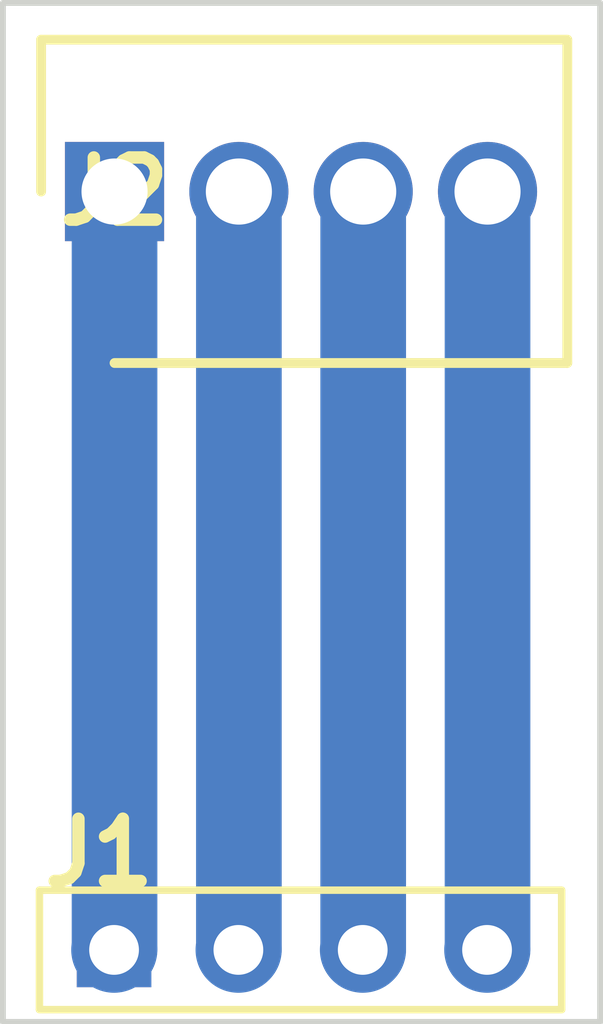
<source format=kicad_pcb>
(kicad_pcb (version 20171130) (host pcbnew 5.1.5-52549c5~84~ubuntu18.04.1)

  (general
    (thickness 1.6)
    (drawings 4)
    (tracks 8)
    (zones 0)
    (modules 2)
    (nets 5)
  )

  (page A4)
  (layers
    (0 F.Cu signal)
    (31 B.Cu signal)
    (32 B.Adhes user)
    (33 F.Adhes user)
    (34 B.Paste user)
    (35 F.Paste user)
    (36 B.SilkS user)
    (37 F.SilkS user)
    (38 B.Mask user)
    (39 F.Mask user)
    (40 Dwgs.User user)
    (41 Cmts.User user)
    (42 Eco1.User user)
    (43 Eco2.User user)
    (44 Edge.Cuts user)
    (45 Margin user)
    (46 B.CrtYd user)
    (47 F.CrtYd user)
    (48 B.Fab user)
    (49 F.Fab user)
  )

  (setup
    (last_trace_width 1.75)
    (user_trace_width 1)
    (user_trace_width 1.25)
    (user_trace_width 1.75)
    (user_trace_width 2)
    (user_trace_width 3)
    (trace_clearance 0.2)
    (zone_clearance 0.508)
    (zone_45_only no)
    (trace_min 0.2)
    (via_size 0.8)
    (via_drill 0.4)
    (via_min_size 0.4)
    (via_min_drill 0.3)
    (uvia_size 0.3)
    (uvia_drill 0.1)
    (uvias_allowed no)
    (uvia_min_size 0.2)
    (uvia_min_drill 0.1)
    (edge_width 0.05)
    (segment_width 0.2)
    (pcb_text_width 0.3)
    (pcb_text_size 1.5 1.5)
    (mod_edge_width 0.12)
    (mod_text_size 1 1)
    (mod_text_width 0.15)
    (pad_size 1.524 1.524)
    (pad_drill 0.762)
    (pad_to_mask_clearance 0.051)
    (solder_mask_min_width 0.25)
    (aux_axis_origin 0 0)
    (visible_elements FFFFFF7F)
    (pcbplotparams
      (layerselection 0x010fc_ffffffff)
      (usegerberextensions false)
      (usegerberattributes false)
      (usegerberadvancedattributes false)
      (creategerberjobfile false)
      (excludeedgelayer true)
      (linewidth 0.100000)
      (plotframeref false)
      (viasonmask false)
      (mode 1)
      (useauxorigin false)
      (hpglpennumber 1)
      (hpglpenspeed 20)
      (hpglpendiameter 15.000000)
      (psnegative false)
      (psa4output false)
      (plotreference true)
      (plotvalue true)
      (plotinvisibletext false)
      (padsonsilk false)
      (subtractmaskfromsilk false)
      (outputformat 1)
      (mirror false)
      (drillshape 1)
      (scaleselection 1)
      (outputdirectory ""))
  )

  (net 0 "")
  (net 1 "Net-(J1-Pad4)")
  (net 2 "Net-(J1-Pad3)")
  (net 3 "Net-(J1-Pad2)")
  (net 4 "Net-(J1-Pad1)")

  (net_class Default "This is the default net class."
    (clearance 0.2)
    (trace_width 0.25)
    (via_dia 0.8)
    (via_drill 0.4)
    (uvia_dia 0.3)
    (uvia_drill 0.1)
    (add_net "Net-(J1-Pad1)")
    (add_net "Net-(J1-Pad2)")
    (add_net "Net-(J1-Pad3)")
    (add_net "Net-(J1-Pad4)")
  )

  (module SAMTEC_SSW-104-01-T-S (layer F.Cu) (tedit 5E28E995) (tstamp 5E2916B2)
    (at 150.190201 -741.87)
    (descr SAMTEC_SSW-104-01-T-S)
    (tags Connector)
    (path /5E28EEA8)
    (fp_text reference J1 (at -7.9248 -1.9812) (layer F.SilkS)
      (effects (font (size 1.27 1.27) (thickness 0.254)))
    )
    (fp_text value SSW-104-01-T-S (at -7.9248 -1.9812) (layer F.SilkS) hide
      (effects (font (size 1.27 1.27) (thickness 0.254)))
    )
    (fp_line (start -9.144 -1.2192) (end -9.144 1.2192) (layer F.Fab) (width 0.1524))
    (fp_line (start 1.524 -1.2192) (end -9.144 -1.2192) (layer F.Fab) (width 0.1524))
    (fp_line (start 1.524 1.2192) (end 1.524 -1.2192) (layer F.Fab) (width 0.1524))
    (fp_line (start -9.144 1.2192) (end 1.524 1.2192) (layer F.Fab) (width 0.1524))
    (fp_line (start -9.144 -1.2192) (end -9.144 1.2192) (layer F.SilkS) (width 0.1524))
    (fp_line (start 1.524 -1.2192) (end -9.144 -1.2192) (layer F.SilkS) (width 0.1524))
    (fp_line (start 1.524 1.2192) (end 1.524 -1.2192) (layer F.SilkS) (width 0.1524))
    (fp_line (start -9.144 1.2192) (end 1.524 1.2192) (layer F.SilkS) (width 0.1524))
    (fp_text user %R (at -7.9248 -1.9812) (layer F.Fab)
      (effects (font (size 1.27 1.27) (thickness 0.254)))
    )
    (pad 4 thru_hole circle (at 0 0) (size 1.524 1.524) (drill 1.016) (layers *.Cu *.Mask)
      (net 1 "Net-(J1-Pad4)"))
    (pad 3 thru_hole circle (at -2.54 0) (size 1.524 1.524) (drill 1.016) (layers *.Cu *.Mask)
      (net 2 "Net-(J1-Pad3)"))
    (pad 2 thru_hole circle (at -5.08 0) (size 1.524 1.524) (drill 1.016) (layers *.Cu *.Mask)
      (net 3 "Net-(J1-Pad2)"))
    (pad 1 thru_hole rect (at -7.62 0) (size 1.524 1.524) (drill 1.016) (layers *.Cu *.Mask)
      (net 4 "Net-(J1-Pad1)"))
    (model SSW-104-01-T-S.stp
      (at (xyz 0 0 0))
      (scale (xyz 1 1 1))
      (rotate (xyz 0 0 0))
    )
  )

  (module SHDR4W80P0X254_1X4_1062X650X1010P (layer F.Cu) (tedit 0) (tstamp 5E2916C7)
    (at 142.58 -757.35)
    (descr 39773-0004)
    (tags Connector)
    (path /5E28E922)
    (fp_text reference J2 (at 0 0) (layer F.SilkS)
      (effects (font (size 1.27 1.27) (thickness 0.254)))
    )
    (fp_text value 39773-0004 (at 0 0) (layer F.SilkS) hide
      (effects (font (size 1.27 1.27) (thickness 0.254)))
    )
    (fp_line (start -1.5 -3.1) (end -1.5 0) (layer F.SilkS) (width 0.2))
    (fp_line (start 9.25 -3.1) (end -1.5 -3.1) (layer F.SilkS) (width 0.2))
    (fp_line (start 9.25 3.5) (end 9.25 -3.1) (layer F.SilkS) (width 0.2))
    (fp_line (start 0 3.5) (end 9.25 3.5) (layer F.SilkS) (width 0.2))
    (fp_line (start 9.25 3.5) (end -1.5 3.5) (layer F.Fab) (width 0.1))
    (fp_line (start 9.25 -3.1) (end 9.25 3.5) (layer F.Fab) (width 0.1))
    (fp_line (start -1.5 -3.1) (end 9.25 -3.1) (layer F.Fab) (width 0.1))
    (fp_line (start -1.5 3.5) (end -1.5 -3.1) (layer F.Fab) (width 0.1))
    (fp_line (start 9.5 3.75) (end -1.75 3.75) (layer F.CrtYd) (width 0.05))
    (fp_line (start 9.5 -3.35) (end 9.5 3.75) (layer F.CrtYd) (width 0.05))
    (fp_line (start -1.75 -3.35) (end 9.5 -3.35) (layer F.CrtYd) (width 0.05))
    (fp_line (start -1.75 3.75) (end -1.75 -3.35) (layer F.CrtYd) (width 0.05))
    (fp_text user %R (at 0 0) (layer F.Fab)
      (effects (font (size 1.27 1.27) (thickness 0.254)))
    )
    (pad 4 thru_hole circle (at 7.62 0) (size 2.025 2.025) (drill 1.35) (layers *.Cu *.Mask)
      (net 1 "Net-(J1-Pad4)"))
    (pad 3 thru_hole circle (at 5.08 0) (size 2.025 2.025) (drill 1.35) (layers *.Cu *.Mask)
      (net 2 "Net-(J1-Pad3)"))
    (pad 2 thru_hole circle (at 2.54 0) (size 2.025 2.025) (drill 1.35) (layers *.Cu *.Mask)
      (net 3 "Net-(J1-Pad2)"))
    (pad 1 thru_hole rect (at 0 0) (size 2.025 2.025) (drill 1.35) (layers *.Cu *.Mask)
      (net 4 "Net-(J1-Pad1)"))
    (model 39773-0004.stp
      (at (xyz 0 0 0))
      (scale (xyz 1 1 1))
      (rotate (xyz 0 0 0))
    )
  )

  (gr_line (start 140.3 -761.2) (end 152.5 -761.2) (layer Edge.Cuts) (width 0.12))
  (gr_line (start 140.3 -740.4) (end 140.3 -761.2) (layer Edge.Cuts) (width 0.12))
  (gr_line (start 152.5 -740.4) (end 140.3 -740.4) (layer Edge.Cuts) (width 0.12))
  (gr_line (start 152.5 -761.2) (end 152.5 -740.4) (layer Edge.Cuts) (width 0.12))

  (segment (start 150.2 -741.879799) (end 150.190201 -741.87) (width 1.75) (layer B.Cu) (net 1))
  (segment (start 150.2 -757.35) (end 150.2 -741.879799) (width 1.75) (layer B.Cu) (net 1))
  (segment (start 147.66 -741.879799) (end 147.650201 -741.87) (width 1.75) (layer B.Cu) (net 2))
  (segment (start 147.66 -757.35) (end 147.66 -741.879799) (width 1.75) (layer B.Cu) (net 2))
  (segment (start 145.12 -741.879799) (end 145.110201 -741.87) (width 1.75) (layer B.Cu) (net 3))
  (segment (start 145.12 -757.35) (end 145.12 -741.879799) (width 1.75) (layer B.Cu) (net 3))
  (segment (start 142.58 -741.879799) (end 142.570201 -741.87) (width 1.75) (layer B.Cu) (net 4))
  (segment (start 142.58 -757.35) (end 142.58 -741.879799) (width 1.75) (layer B.Cu) (net 4))

)

</source>
